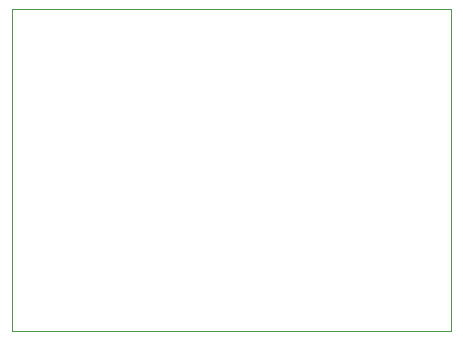
<source format=gbr>
G04 #@! TF.GenerationSoftware,KiCad,Pcbnew,5.0.0+dfsg1-2*
G04 #@! TF.CreationDate,2018-12-16T11:08:53+01:00*
G04 #@! TF.ProjectId,xmegatest,786D656761746573742E6B696361645F,rev?*
G04 #@! TF.SameCoordinates,Original*
G04 #@! TF.FileFunction,Profile,NP*
%FSLAX46Y46*%
G04 Gerber Fmt 4.6, Leading zero omitted, Abs format (unit mm)*
G04 Created by KiCad (PCBNEW 5.0.0+dfsg1-2) date Sun Dec 16 11:08:53 2018*
%MOMM*%
%LPD*%
G01*
G04 APERTURE LIST*
%ADD10C,0.100000*%
G04 APERTURE END LIST*
D10*
X155956000Y-152781000D02*
X155956000Y-125476000D01*
X193167000Y-125476000D02*
X193167000Y-152781000D01*
X193167000Y-125476000D02*
X155956000Y-125476000D01*
X155956000Y-152781000D02*
X193167000Y-152781000D01*
M02*

</source>
